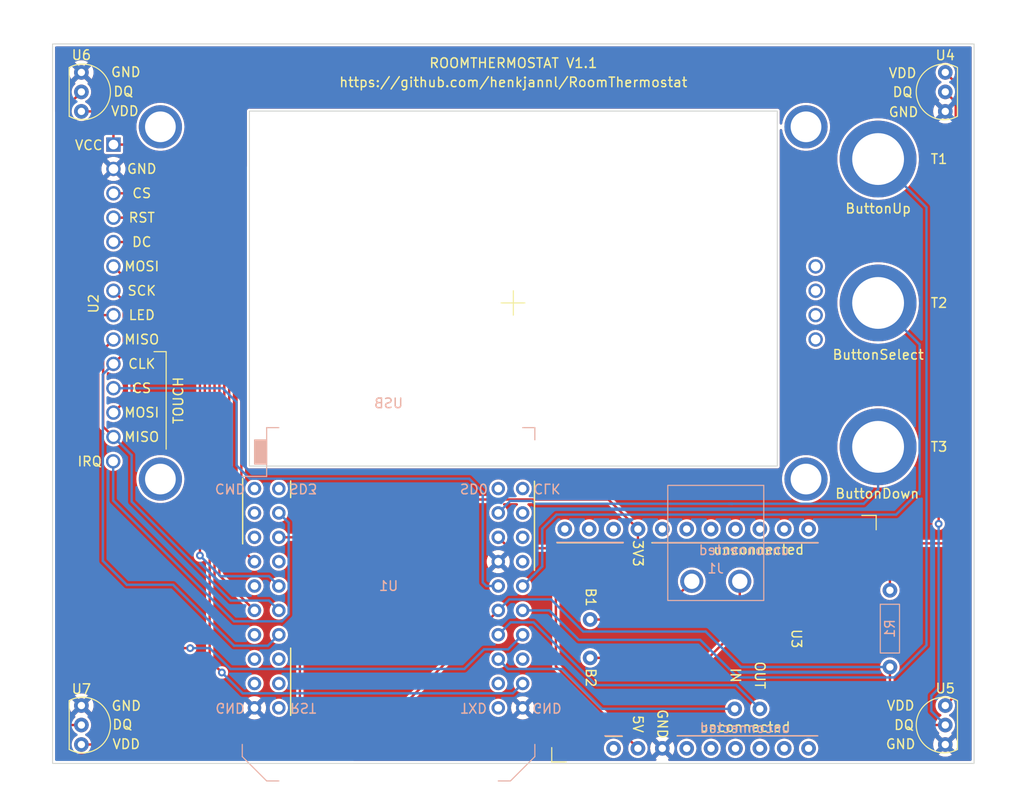
<source format=kicad_pcb>
(kicad_pcb (version 20211014) (generator pcbnew)
  (layers (0 "F.Cu" signal) (31 "B.Cu" signal) (34 "B.Paste" user) (35 "F.Paste" user) (36 "B.SilkS" user "B.Silkscreen") (37 "F.SilkS" user "F.Silkscreen") (38 "B.Mask" user) (39 "F.Mask" user) (44 "Edge.Cuts" user))
  (net 0 "")
  (net 1 "+3V3")
  (net 2 "Net-(T1-Pad1)")
  (net 3 "Net-(T2-Pad1)")
  (net 4 "Net-(T3-Pad1)")
  (net 9 "+5V")
  (net 11 "GND")
  (net 12 "Net-(U1-Pad18)")
  (net 13 "Net-(U1-Pad28)")
  (net 14 "Net-(U1-Pad25)")
  (net 15 "/OneWire")
  (net 16 "Net-(U1-Pad27)")
  (net 17 "Net-(U1-Pad24)")
  (net 22 "Net-(U1-Pad31)")
  (net 26 "Net-(U1-Pad13)")
  (net 27 "/SCK")
  (net 29 "/MISO")
  (net 30 "Net-(U1-Pad9)")
  (net 31 "/MOSI")
  (net 54 "Net-(J1-Pad1)")
  (net 55 "Net-(J1-Pad2)")
  (footprint "Thermostat:TouchPin" (layer "F.Cu") (at 188 90)
    (fp_text reference "T2" (at 6.35 0 unlocked) (layer "F.SilkS"))
    (fp_text value "ButtonSelect" (at 0.0108 5.4024 unlocked) (layer "F.SilkS"))
    (pad "1" thru_hole circle locked (at 0 0) (size 8 8) (drill 5.4) (layers *.Cu *.Mask) (net 3 "Net-(T2-Pad1)"))
  )
  (footprint "Thermostat:DS18B20" (layer "F.Cu") (at 105 134 180)
    (fp_text reference "U7" (at 0 3.7488 unlocked) (layer "F.SilkS"))
    (fp_text value "DS18B20")
    (fp_text user "VDD" (at -4.6772 -1.9916 unlocked) (layer "F.SilkS"))
    (fp_text user "GND" (at -4.6772 2 unlocked) (layer "F.SilkS"))
    (fp_text user "DQ" (at -4.2708 0.0404 unlocked) (layer "F.SilkS"))
    (fp_line (start 1.27 -2.54) (end 1.27 2.54) (layer "F.SilkS") (width 0.12))
    (fp_arc (start 1.27 2.54) (mid -3.02701 0) (end 1.27 -2.54) (layer "F.SilkS") (width 0.12))
    (pad "1" thru_hole circle (at 0 2.032 180) (size 1.524 1.524) (drill 0.762) (layers *.Cu *.Mask) (net 11 "GND"))
    (pad "2" thru_hole circle (at 0 0 180) (size 1.524 1.524) (drill 0.762) (layers *.Cu *.Mask) (net 15 "/OneWire"))
    (pad "3" thru_hole circle (at 0 -2.032 180) (size 1.524 1.524) (drill 0.762) (layers *.Cu *.Mask) (net 1 "+3V3"))
  )
  (footprint "Thermostat:Opentherm Master Shield" (layer "F.Cu") (at 154 125 -90)
    (fp_text reference "U3" (at 0 -25.49 -90 unlocked) (layer "F.SilkS"))
    (fp_text value "OpenTherm_Master_Shield")
    (fp_text user "B1" (at -4.318 -4.064 -90 unlocked) (layer "F.SilkS"))
    (fp_text user "5V" (at 8.89 -8.98 -90 unlocked) (layer "F.SilkS"))
    (fp_text user "B2" (at 4.064 -4.064 -90 unlocked) (layer "F.SilkS"))
    (fp_text user "3V3" (at -8.89 -8.98 -90 unlocked) (layer "F.SilkS"))
    (fp_text user "OUT" (at 3.81 -21.68 -90 unlocked) (layer "F.SilkS"))
    (fp_text user "GND" (at 8.89 -11.52 -90 unlocked) (layer "F.SilkS"))
    (fp_text user "IN" (at 3.81 -19.14 -90 unlocked) (layer "F.SilkS"))
    (fp_line (start -12.85 -33.8) (end -12.85 -32.3) (layer "F.SilkS") (width 0.12))
    (fp_line (start 12.85 0) (end 12.85 -1.5) (layer "F.SilkS") (width 0.12))
    (fp_line (start 12.85 0) (end 11.35 0) (layer "F.SilkS") (width 0.12))
    (fp_line (start -11.35 -33.8) (end -12.85 -33.8) (layer "F.SilkS") (width 0.12))
    (pad "1" thru_hole circle (at -11.43 -1.36 270) (size 1.524 1.524) (drill 0.762) (layers *.Cu *.Mask))
    (pad "2" thru_hole circle (at -11.43 -3.9 270) (size 1.524 1.524) (drill 0.762) (layers *.Cu *.Mask))
    (pad "3" thru_hole circle (at -11.43 -6.44 270) (size 1.524 1.524) (drill 0.762) (layers *.Cu *.Mask))
    (pad "4" thru_hole circle (at -11.43 -8.98 270) (size 1.524 1.524) (drill 0.762) (layers *.Cu *.Mask) (net 1 "+3V3"))
    (pad "5" thru_hole circle (at -11.43 -11.52 270) (size 1.524 1.524) (drill 0.762) (layers *.Cu *.Mask))
    (pad "6" thru_hole circle (at -11.43 -14.06 270) (size 1.524 1.524) (drill 0.762) (layers *.Cu *.Mask))
    (pad "7" thru_hole circle (at -11.43 -16.6 270) (size 1.524 1.524) (drill 0.762) (layers *.Cu *.Mask))
    (pad "8" thru_hole circle (at -11.43 -19.14 270) (size 1.524 1.524) (drill 0.762) (layers *.Cu *.Mask))
    (pad "9" thru_hole circle (at -11.43 -21.68 270) (size 1.524 1.524) (drill 0.762) (layers *.Cu *.Mask))
    (pad "10" thru_hole circle (at -11.43 -24.22 270) (size 1.524 1.524) (drill 0.762) (layers *.Cu *.Mask))
    (pad "11" thru_hole circle (at -11.43 -26.76 270) (size 1.524 1.524) (drill 0.762) (layers *.Cu *.Mask))
    (pad "12" thru_hole circle (at 11.43 -26.76 270) (size 1.524 1.524) (drill 0.762) (layers *.Cu *.Mask))
    (pad "13" thru_hole circle (at 11.43 -24.22 270) (size 1.524 1.524) (drill 0.762) (layers *.Cu *.Mask))
    (pad "14" thru_hole circle (at 11.43 -21.68 270) (size 1.524 1.524) (drill 0.762) (layers *.Cu *.Mask))
    (pad "15" thru_hole circle (at 11.43 -19.14 270) (size 1.524 1.524) (drill 0.762) (layers *.Cu *.Mask))
    (pad "16" thru_hole circle (at 11.43 -16.6 270) (size 1.524 1.524) (drill 0.762) (layers *.Cu *.Mask))
    (pad "17" thru_hole circle (at 11.43 -14.06 270) (size 1.524 1.524) (drill 0.762) (layers *.Cu *.Mask))
    (pad "18" thru_hole circle (at 11.43 -11.52 270) (size 1.524 1.524) (drill 0.762) (layers *.Cu *.Mask) (net 11 "GND"))
    (pad "19" thru_hole circle (at 11.43 -8.98 270) (size 1.524 1.524) (drill 0.762) (layers *.Cu *.Mask) (net 9 "+5V"))
    (pad "20" thru_hole circle (at 11.43 -6.44 270) (size 1.524 1.524) (drill 0.762) (layers *.Cu *.Mask))
    (pad "21" thru_hole circle (at 7.313 -21.68 270) (size 1.524 1.524) (drill 0.762) (layers *.Cu *.Mask) (net 16 "Net-(U1-Pad27)"))
    (pad "22" thru_hole circle (at 7.313 -19.06 270) (size 1.524 1.524) (drill 0.762) (layers *.Cu *.Mask) (net 14 "Net-(U1-Pad25)"))
    (pad "23" thru_hole circle (at -2 -4 270) (size 1.524 1.524) (drill 0.762) (layers *.Cu *.Mask) (net 54 "Net-(J1-Pad1)"))
    (pad "24" thru_hole circle (at 2 -4 270) (size 1.524 1.524) (drill 0.762) (layers *.Cu *.Mask) (net 55 "Net-(J1-Pad2)"))
  )
  (footprint "Thermostat:TouchPin" (layer "F.Cu") (at 188 105)
    (fp_text reference "T3" (at 6.35 0 unlocked) (layer "F.SilkS"))
    (fp_text value "ButtonDown" (at -0.0908 4.8804 unlocked) (layer "F.SilkS"))
    (pad "1" thru_hole circle locked (at 0 0) (size 8 8) (drill 5.4) (layers *.Cu *.Mask) (net 4 "Net-(T3-Pad1)"))
  )
  (footprint "Thermostat:TouchPin" (layer "F.Cu") (at 188 75)
    (fp_text reference "T1" (at 6.35 0 unlocked) (layer "F.SilkS"))
    (fp_text value "ButtonUp" (at 0.0108 5.1624 unlocked) (layer "F.SilkS"))
    (pad "1" thru_hole circle locked (at 0 0) (size 8 8) (drill 5.4) (layers *.Cu *.Mask) (net 2 "Net-(T1-Pad1)"))
  )
  (footprint "Thermostat:DS18B20" (layer "F.Cu") (at 105 68 180)
    (fp_text reference "U6" (at 0 3.8396 unlocked) (layer "F.SilkS"))
    (fp_text value "DS18B20")
    (fp_text user "VDD" (at -4.5248 -2.0024 unlocked) (layer "F.SilkS"))
    (fp_text user "DQ" (at -4.3724 0.0296 unlocked) (layer "F.SilkS"))
    (fp_text user "GND" (at -4.6264 2.0616 unlocked) (layer "F.SilkS"))
    (fp_line (start 1.27 -2.54) (end 1.27 2.54) (layer "F.SilkS") (width 0.12))
    (fp_arc (start 1.27 2.54) (mid -3.02701 0) (end 1.27 -2.54) (layer "F.SilkS") (width 0.12))
    (pad "1" thru_hole circle (at 0 2.032 180) (size 1.524 1.524) (drill 0.762) (layers *.Cu *.Mask) (net 11 "GND"))
    (pad "2" thru_hole circle (at 0 0 180) (size 1.524 1.524) (drill 0.762) (layers *.Cu *.Mask) (net 15 "/OneWire"))
    (pad "3" thru_hole circle (at 0 -2.032 180) (size 1.524 1.524) (drill 0.762) (layers *.Cu *.Mask) (net 1 "+3V3"))
  )
  (footprint "Thermostat:DS18B20" (layer "F.Cu") (at 195 68)
    (fp_text reference "U4" (at 0 -3.81 unlocked) (layer "F.SilkS"))
    (fp_text value "DS18B20")
    (fp_text user "GND" (at -4.3476 2.104 unlocked) (layer "F.SilkS"))
    (fp_text user "DQ" (at -4.4492 0.0212 unlocked) (layer "F.SilkS"))
    (fp_text user "VDD" (at -4.4492 -1.96 unlocked) (layer "F.SilkS"))
    (fp_line (start 1.27 -2.54) (end 1.27 2.54) (layer "F.SilkS") (width 0.12))
    (fp_arc (start 1.27 2.54) (mid -3.02701 0) (end 1.27 -2.54) (layer "F.SilkS") (width 0.12))
    (pad "1" thru_hole circle (at 0 2.032) (size 1.524 1.524) (drill 0.762) (layers *.Cu *.Mask) (net 11 "GND"))
    (pad "2" thru_hole circle (at 0 0) (size 1.524 1.524) (drill 0.762) (layers *.Cu *.Mask) (net 15 "/OneWire"))
    (pad "3" thru_hole circle (at 0 -2.032) (size 1.524 1.524) (drill 0.762) (layers *.Cu *.Mask) (net 1 "+3V3"))
  )
  (footprint "Thermostat:ILI9341" (layer "F.Cu") (at 150 90)
    (fp_text reference "U2" (at -43.7264 0.0684 90) (layer "F.SilkS"))
    (fp_text value "ILI9341_touch")
    (fp_text user "MOSI" (at -38.71 11.43 unlocked) (layer "F.SilkS"))
    (fp_text user "MISO" (at -38.71 13.97 unlocked) (layer "F.SilkS"))
    (fp_text user "LED" (at -38.71 1.27 unlocked) (layer "F.SilkS"))
    (fp_text user "CS" (at -38.71 -11.43 unlocked) (layer "F.SilkS"))
    (fp_text user "TOUCH" (at -34.9 10.16 90 unlocked) (layer "F.SilkS"))
    (fp_text user "GND" (at -38.71 -13.97 unlocked) (layer "F.SilkS"))
    (fp_text user "CS" (at -38.71 8.89 unlocked) (layer "F.SilkS"))
    (fp_text user "MOSI" (at -38.71 -3.81 unlocked) (layer "F.SilkS"))
    (fp_text user "VCC" (at -44.2344 -16.4416 unlocked) (layer "F.SilkS"))
    (fp_text user "SCK" (at -38.71 -1.27 unlocked) (layer "F.SilkS"))
    (fp_text user "MISO" (at -38.71 3.81 unlocked) (layer "F.SilkS"))
    (fp_text user "CLK" (at -38.71 6.35 unlocked) (layer "F.SilkS"))
    (fp_text user "IRQ" (at -44.1328 16.5276 unlocked) (layer "F.SilkS"))
    (fp_text user "DC" (at -38.71 -6.35 unlocked) (layer "F.SilkS"))
    (fp_text user "RST" (at -38.71 -8.89 unlocked) (layer "F.SilkS"))
    (fp_line (start 0 -1.27) (end 0 1.27) (layer "F.SilkS") (width 0.12))
    (fp_line (start -36.17 5.08) (end -37.44 5.08) (layer "F.SilkS") (width 0.12))
    (fp_line (start -36.17 5.08) (end -36.17 15.24) (layer "F.SilkS") (width 0.12))
    (fp_line (start 1.2 0) (end -1.27 0) (layer "F.SilkS") (width 0.12))
    (pad "" thru_hole circle locked (at -36.77 18.36) (size 4.5 4.5) (drill 3.2) (layers *.Cu *.Mask))
    (pad "" thru_hole circle locked (at -36.77 -18.36) (size 4.5 4.5) (drill 3.2) (layers *.Cu *.Mask))
    (pad "" thru_hole circle locked (at 30.49 -18.36) (size 4.5 4.5) (drill 3.2) (layers *.Cu *.Mask))
    (pad "" thru_hole circle locked (at 30.49 18.36) (size 4.5 4.5) (drill 3.2) (layers *.Cu *.Mask))
    (pad "1" thru_hole rect locked (at -41.66 -16.51) (size 1.5 1.5) (drill 1) (layers *.Cu *.Mask) (net 1 "+3V3"))
    (pad "2" thru_hole circle locked (at -41.66 -13.97) (size 1.5 1.5) (drill 1) (layers *.Cu *.Mask) (net 11 "GND"))
    (pad "3" thru_hole circle locked (at -41.66 -11.43) (size 1.5 1.5) (drill 1) (layers *.Cu *.Mask) (net 26 "Net-(U1-Pad13)"))
    (pad "4" thru_hole circle locked (at -41.66 -8.89) (size 1.5 1.5) (drill 1) (layers *.Cu *.Mask) (net 30 "Net-(U1-Pad9)"))
    (pad "5" thru_hole circle locked (at -41.66 -6.35) (size 1.5 1.5) (drill 1) (layers *.Cu *.Mask) (net 17 "Net-(U1-Pad24)"))
    (pad "6" thru_hole circle locked (at -41.66 -3.81) (size 1.5 1.5) (drill 1) (layers *.Cu *.Mask) (net 31 "/MOSI"))
    (pad "7" thru_hole circle locked (at -41.66 -1.27) (size 1.5 1.5) (drill 1) (layers *.Cu *.Mask) (net 27 "/SCK"))
    (pad "8" thru_hole circle locked (at -41.66 1.27) (size 1.5 1.5) (drill 1) (layers *.Cu *.Mask) (net 13 "Net-(U1-Pad28)"))
    (pad "9" thru_hole circle locked (at -41.66 3.81) (size 1.5 1.5) (drill 1) (layers *.Cu *.Mask) (net 29 "/MISO"))
    (pad "10" thru_hole circle locked (at -41.66 6.35) (size 1.5 1.5) (drill 1) (layers *.Cu *.Mask) (net 27 "/SCK"))
    (pad "11" thru_hole circle locked (at -41.66 8.89) (size 1.5 1.5) (drill 1) (layers *.Cu *.Mask) (net 22 "Net-(U1-Pad31)"))
    (pad "12" thru_hole circle locked (at -41.66 11.43) (size 1.5 1.5) (drill 1) (layers *.Cu *.Mask) (net 31 "/MOSI"))
    (pad "13" thru_hole circle locked (at -41.66 13.97) (size 1.5 1.5) (drill 1) (layers *.Cu *.Mask) (net 29 "/MISO"))
    (pad "14" thru_hole circle locked (at -41.69 16.51) (size 1.5 1.5) (drill 1) (layers *.Cu *.Mask) (net 12 "Net-(U1-Pad18)"))
    (pad "15" thru_hole circle locked (at 31.49 -3.81) (size 1.5 1.5) (drill 1) (layers *.Cu *.Mask))
    (pad "16" thru_hole circle locked (at 31.49 -1.27) (size 1.5 1.5) (drill 1) (layers *.Cu *.Mask))
    (pad "17" thru_hole circle locked (at 31.49 1.27) (size 1.5 1.5) (drill 1) (layers *.Cu *.Mask))
    (pad "18" thru_hole circle locked (at 31.49 3.81) (size 1.5 1.5) (drill 1) (layers *.Cu *.Mask))
  )
  (footprint "Thermostat:DS18B20" (layer "F.Cu") (at 195 134)
    (fp_text reference "U5" (at 0 -3.81 unlocked) (layer "F.SilkS"))
    (fp_text value "DS18B20")
    (fp_text user "VDD" (at -4.6524 -2.0216 unlocked) (layer "F.SilkS"))
    (fp_text user "DQ" (at -4.2968 0 unlocked) (layer "F.SilkS"))
    (fp_text user "GND" (at -4.6524 1.9916 unlocked) (layer "F.SilkS"))
    (fp_line (start 1.27 -2.54) (end 1.27 2.54) (layer "F.SilkS") (width 0.12))
    (fp_arc (start 1.27 2.54) (mid -3.02701 0) (end 1.27 -2.54) (layer "F.SilkS") (width 0.12))
    (pad "1" thru_hole circle (at 0 2.032) (size 1.524 1.524) (drill 0.762) (layers *.Cu *.Mask) (net 11 "GND"))
    (pad "2" thru_hole circle (at 0 0) (size 1.524 1.524) (drill 0.762) (layers *.Cu *.Mask) (net 15 "/OneWire"))
    (pad "3" thru_hole circle (at 0 -2.032) (size 1.524 1.524) (drill 0.762) (layers *.Cu *.Mask) (net 1 "+3V3"))
  )
  (footprint "Thermostat:Resistor" (layer "B.Cu") (at 189.23 123.952 -90)
    (fp_text reference "R1" (at 0 0 90 unlocked) (layer "B.SilkS") (effects (justify mirror)))
    (fp_text value "4k7")
    (fp_rect (start -2.54 1) (end 2.54 -1) (layer "B.SilkS") (width 0.12) (fill none))
    (pad "1" thru_hole circle (at -4 0 270) (size 1.524 1.524) (drill 0.762) (layers *.Cu *.Mask) (net 1 "+3V3"))
    (pad "2" thru_hole circle (at 4 0 270) (size 1.524 1.524) (drill 0.762) (layers *.Cu *.Mask) (net 15 "/OneWire"))
  )
  (footprint "ESP32_mini:ESP32_mini" (layer "B.Cu") (at 137 103)
    (fp_text reference "U1" (at 0 16.51 180) (layer "B.SilkS") (effects (justify mirror)))
    (fp_text value "mini_esp32")
    (fp_text user "TXD" (at 8.89 29.21 180 unlocked) (layer "B.SilkS") (effects (justify mirror)))
    (fp_text user "SD3" (at -8.89 6.35 180 unlocked) (layer "B.SilkS") (effects (justify mirror)))
    (fp_text user "RST" (at -8.89 29.21 180 unlocked) (layer "B.SilkS") (effects (justify mirror)))
    (fp_text user "GND" (at 16.51 29.21 180 unlocked) (layer "B.SilkS") (effects (justify mirror)))
    (fp_text user "SD0" (at 8.89 6.35 180 unlocked) (layer "B.SilkS") (effects (justify mirror)))
    (fp_text user "CMD" (at -16.51 6.35 180 unlocked) (layer "B.SilkS") (effects (justify mirror)))
    (fp_text user "GND" (at -16.51 29.21 180 unlocked) (layer "B.SilkS") (effects (justify mirror)))
    (fp_text user "CLK" (at 16.51 6.35 180 unlocked) (layer "B.SilkS") (effects (justify mirror)))
    (fp_text user "USB" (at 0 -2.54 180) (layer "B.SilkS") (effects (justify mirror)))
    (fp_line (start 11.43 36.83) (end 12.7 36.83) (layer "B.SilkS") (width 0.12))
    (fp_line (start -12.7 36.83) (end -11.43 36.83) (layer "B.SilkS") (width 0.12))
    (fp_line (start -12.7 5.08) (end -12.7 0) (layer "B.SilkS") (width 0.12))
    (fp_line (start 12.7 36.83) (end 15.24 34.29) (layer "B.SilkS") (width 0.12))
    (fp_line (start -12.7 36.83) (end -15.24 34.29) (layer "B.SilkS") (width 0.12))
    (fp_line (start -15.24 33.02) (end -15.24 34.29) (layer "B.SilkS") (width 0.12))
    (fp_line (start 15.24 0) (end 13.97 0) (layer "B.SilkS") (width 0.12))
    (fp_line (start -15.24 5.08) (end -12.7 5.08) (layer "B.SilkS") (width 0.12))
    (fp_line (start 15.24 33.02) (end 15.24 34.29) (layer "B.SilkS") (width 0.12))
    (fp_line (start -11.43 0) (end -12.7 0) (layer "B.SilkS") (width 0.12))
    (fp_line (start 15.24 1.27) (end 15.24 0) (layer "B.SilkS") (width 0.12))
    (fp_poly (pts (xy -13.97 1.27) (xy -13.97 3.81) (xy -12.7 3.81) (xy -12.7 1.27)) (layer "B.SilkS") (width 0.1) (fill solid))
    (pad "1" thru_hole circle (at -13.97 29.21 90) (size 1.4 1.4) (drill 0.8) (layers *.Cu *.Mask) (net 11 "GND"))
    (pad "2" thru_hole circle (at -11.43 29.21 90) (size 1.4 1.4) (drill 0.8) (layers *.Cu *.Mask))
    (pad "3" thru_hole circle (at -13.97 26.67 90) (size 1.4 1.4) (drill 0.8) (layers *.Cu *.Mask))
    (pad "4" thru_hole circle (at -11.43 26.67 90) (size 1.4 1.4) (drill 0.8) (layers *.Cu *.Mask))
    (pad "5" thru_hole circle (at -13.97 24.13 90) (size 1.4 1.4) (drill 0.8) (layers *.Cu *.Mask))
    (pad "6" thru_hole circle (at -11.43 24.13 90) (size 1.4 1.4) (drill 0.8) (layers *.Cu *.Mask))
    (pad "7" thru_hole circle (at -13.97 21.59 90) (size 1.4 1.4) (drill 0.8) (layers *.Cu *.Mask))
    (pad "8" thru_hole circle (at -11.43 21.59 90) (size 1.4 1.4) (drill 0.8) (layers *.Cu *.Mask) (net 27 "/SCK"))
    (pad "9" thru_hole circle (at -13.97 19.05 90) (size 1.4 1.4) (drill 0.8) (layers *.Cu *.Mask) (net 30 "Net-(U1-Pad9)"))
    (pad "10" thru_hole circle (at -11.43 19.05 90) (size 1.4 1.4) (drill 0.8) (layers *.Cu *.Mask) (net 29 "/MISO"))
    (pad "11" thru_hole circle (at -13.97 16.51 90) (size 1.4 1.4) (drill 0.8) (layers *.Cu *.Mask))
    (pad "12" thru_hole circle (at -11.43 16.51 90) (size 1.4 1.4) (drill 0.8) (layers *.Cu *.Mask) (net 31 "/MOSI"))
    (pad "13" thru_hole circle (at -13.97 13.97 90) (size 1.4 1.4) (drill 0.8) (layers *.Cu *.Mask) (net 26 "Net-(U1-Pad13)"))
    (pad "14" thru_hole circle (at -11.43 13.97 90) (size 1.4 1.4) (drill 0.8) (layers *.Cu *.Mask))
    (pad "15" thru_hole circle (at -13.97 11.43 90) (size 1.4 1.4) (drill 0.8) (layers *.Cu *.Mask))
    (pad "16" thru_hole circle (at -11.43 11.43 90) (size 1.4 1.4) (drill 0.8) (layers *.Cu *.Mask) (net 1 "+3V3"))
    (pad "17" thru_hole circle (at -13.97 8.89 90) (size 1.4 1.4) (drill 0.8) (layers *.Cu *.Mask))
    (pad "18" thru_hole circle (at -11.43 8.89 90) (size 1.4 1.4) (drill 0.8) (layers *.Cu *.Mask) (net 12 "Net-(U1-Pad18)"))
    (pad "19" thru_hole circle (at -13.97 6.35 90) (size 1.4 1.4) (drill 0.8) (layers *.Cu *.Mask))
    (pad "20" thru_hole circle (at -11.43 6.35 90) (size 1.4 1.4) (drill 0.8) (layers *.Cu *.Mask))
    (pad "21" thru_hole circle (at 11.43 29.21 90) (size 1.4 1.4) (drill 0.8) (layers *.Cu *.Mask))
    (pad "22" thru_hole circle (at 13.97 29.21 90) (size 1.4 1.4) (drill 0.8) (layers *.Cu *.Mask) (net 11 "GND"))
    (pad "23" thru_hole circle (at 11.43 26.67 90) (size 1.4 1.4) (drill 0.8) (layers *.Cu *.Mask))
    (pad "24" thru_hole circle (at 13.97 26.67 90) (size 1.4 1.4) (drill 0.8) (layers *.Cu *.Mask) (net 17 "Net-(U1-Pad24)"))
    (pad "25" thru_hole circle (at 11.43 24.13 90) (size 1.4 1.4) (drill 0.8) (layers *.Cu *.Mask) (net 14 "Net-(U1-Pad25)"))
    (pad "26" thru_hole circle (at 13.97 24.13 90) (size 1.4 1.4) (drill 0.8) (layers *.Cu *.Mask))
    (pad "27" thru_hole circle (at 11.43 21.59 90) (size 1.4 1.4) (drill 0.8) (layers *.Cu *.Mask) (net 16 "Net-(U1-Pad27)"))
    (pad "28" thru_hole circle (at 13.97 21.59 90) (size 1.4 1.4) (drill 0.8) (layers *.Cu *.Mask) (net 13 "Net-(U1-Pad28)"))
    (pad "29" thru_hole circle (at 11.43 19.05 90) (size 1.4 1.4) (drill 0.8) (layers *.Cu *.Mask) (net 15 "/OneWire"))
    (pad "30" thru_hole circle (at 13.97 19.05 90) (size 1.4 1.4) (drill 0.8) (layers *.Cu *.Mask) (net 2 "Net-(T1-Pad1)"))
    (pad "31" thru_hole circle (at 11.43 16.51 90) (size 1.4 1.4) (drill 0.8) (layers *.Cu *.Mask) (net 22 "Net-(U1-Pad31)"))
    (pad "32" thru_hole circle (at 13.97 16.51 90) (size 1.4 1.4) (drill 0.8) (layers *.Cu *.Mask) (net 3 "Net-(T2-Pad1)"))
    (pad "33" thru_hole circle (at 11.43 13.97 90) (size 1.4 1.4) (drill 0.8) (layers *.Cu *.Mask) (net 11 "GND"))
    (pad "34" thru_hole circle (at 13.97 13.97 90) (size 1.4 1.4) (drill 0.8) (layers *.Cu *.Mask))
    (pad "35" thru_hole circle (at 11.43 11.43 90) (size 1.4 1.4) (drill 0.8) (layers *.Cu *.Mask) (net 9 "+5V"))
    (pad "36" thru_hole circle (at 13.97 11.43 90) (size 1.4 1.4) (drill 0.8) (layers *.Cu *.Mask))
    (pad "37" thru_hole circle (at 11.43 8.89 90) (size 1.4 1.4) (drill 0.8) (layers *.Cu *.Mask) (net 4 "Net-(T3-Pad1)"))
    (pad "38" thru_hole circle (at 13.97 8.89 90) (size 1.4 1.4) (drill 0.8) (layers *.Cu *.Mask))
    (pad "39" thru_hole circle (at 11.43 6.35 90) (size 1.4 1.4) (drill 0.8) (layers *.Cu *.Mask))
    (pad "40" thru_hole circle (at 13.97 6.35 90) (size 1.4 1.4) (drill 0.8) (layers *.Cu *.Mask))
  )
  (footprint "Thermostat:Phoenix_MSTB-2,5-2-G" (layer "B.Cu") (at 166.0878 121.0178 180)
    (fp_text reference "J1" (at -4.9824 3.3284 unlocked) (layer "B.SilkS") (effects (justify mirror)))
    (fp_text value "MSTB-2,5-2-G")
    (fp_rect (start -10 12) (end 0 0) (layer "B.SilkS") (width 0.12) (fill none))
    (pad "1" thru_hole circle (at -2.5 2 180) (size 2.4 2.4) (drill 1.6) (layers *.Cu *.Mask) (net 54 "Net-(J1-Pad1)"))
    (pad "2" thru_hole circle (at -7.5 2 180) (size 2.4 2.4) (drill 1.6) (layers *.Cu *.Mask) (net 55 "Net-(J1-Pad2)"))
  )
  (gr_line (start 164.5412 115) (end 181.7624 115) (layer "B.SilkS") (width 0.15))
  (gr_line (start 161.4424 115) (end 158.0388 115) (layer "B.SilkS") (width 0.15))
  (gr_line (start 159.5374 135.128) (end 161.3154 135.128) (layer "B.SilkS") (width 0.15))
  (gr_line (start 154.5336 114.9604) (end 161.4424 114.9604) (layer "B.SilkS") (width 0.15))
  (gr_line (start 181.7116 135.128) (end 167.132 135.128) (layer "B.SilkS") (width 0.15))
  (gr_line (start 152.2 108.585) (end 152.2 117.8814) (layer "F.SilkS") (width 0.15))
  (gr_line (start 126.8 108.5596) (end 126.8 110.2868) (layer "F.SilkS") (width 0.15))
  (gr_line (start 126.8 125.984) (end 126.8 132.9944) (layer "F.SilkS") (width 0.15))
  (gr_line (start 161.417 115) (end 154.559 115) (layer "F.SilkS") (width 0.15))
  (gr_line (start 167.0812 135.128) (end 181.61 135.128) (layer "F.SilkS") (width 0.15))
  (gr_line (start 161.3408 135.1788) (end 159.6136 135.1788) (layer "F.SilkS") (width 0.15))
  (gr_line (start 121.8 108.3056) (end 121.8 115.1128) (layer "F.SilkS") (width 0.15))
  (gr_line (start 164.4396 115) (end 181.7116 115) (layer "F.SilkS") (width 0.15))
  (gr_rect (start 177.5 70) (end 122.5 107) (layer "Edge.Cuts") (width 0.1) (fill none))
  (gr_rect (start 102 63) (end 198 138) (layer "Edge.Cuts") (width 0.1) (fill none))
  (gr_text "unconnected" (at 174.0408 115.7732) (layer "B.SilkS") (effects (font (size 1 1)) (justify mirror)))
  (gr_text "unconnected" (at 174.1424 134.3152) (layer "B.SilkS") (effects (font (size 1 1)) (justify mirror)))
  (gr_text "unconnected" (at 174.1424 134.2136) (layer "F.SilkS") (effects (font (size 1 1))))
  (gr_text "ROOMTHERMOSTAT V1.1" (at 150 65) (layer "F.SilkS") (effects (font (size 1 1))))
  (gr_text "unconnected" (at 175.5648 115.7224) (layer "F.SilkS") (effects (font (size 1 1))))
  (gr_text "https://github.com/henkjannl/RoomThermostat" (at 150 67) (layer "F.SilkS") (effects (font (size 1 1))))
  (segment (start 109.812 73.49) (end 111.252 74.93) (width 0.25) (layer "F.Cu") (net 1))
  (segment (start 125.57 114.43) (end 127.632 114.43) (width 0.25) (layer "F.Cu") (net 1))
  (segment (start 127.762 110.49) (end 127.762 114.3) (width 0.25) (layer "F.Cu") (net 1))
  (segment (start 127.762 134.366) (end 126.096 136.032) (width 0.25) (layer "F.Cu") (net 1))
  (segment (start 111.252 74.93) (end 120.65 74.93) (width 0.25) (layer "F.Cu") (net 1))
  (segment (start 108.34 73.49) (end 109.812 73.49) (width 0.25) (layer "F.Cu") (net 1))
  (segment (start 195.707 115.062) (end 195.761999 115.116999) (width 0.25) (layer "F.Cu") (net 1))
  (segment (start 195.761999 115.116999) (end 195.761999 83.003001) (width 0.25) (layer "F.Cu") (net 1))
  (segment (start 163.322 115.062) (end 189.23 115.062) (width 0.25) (layer "F.Cu") (net 1))
  (segment (start 121.666 75.946) (end 121.666 109.474) (width 0.25) (layer "F.Cu") (net 1))
  (segment (start 189.23 119.952) (end 189.23 115.062) (width 0.25) (layer "F.Cu") (net 1))
  (segment (start 127.632 114.43) (end 127.762 114.3) (width 0.25) (layer "F.Cu") (net 1))
  (segment (start 127.762 114.3) (end 127.762 134.366) (width 0.25) (layer "F.Cu") (net 1))
  (segment (start 107.116 70.032) (end 105 70.032) (width 0.25) (layer "F.Cu") (net 1))
  (segment (start 195.761999 83.003001) (end 197.104 81.661) (width 0.25) (layer "F.Cu") (net 1))
  (segment (start 162.98 114.72) (end 163.322 115.062) (width 0.25) (layer "F.Cu") (net 1))
  (segment (start 189.23 115.062) (end 195.707 115.062) (width 0.25) (layer "F.Cu") (net 1))
  (segment (start 195.761999 131.206001) (end 195.761999 115.116999) (width 0.25) (layer "F.Cu") (net 1))
  (segment (start 121.666 109.474) (end 122.682 110.49) (width 0.25) (layer "F.Cu") (net 1))
  (segment (start 108.34 71.256) (end 107.116 70.032) (width 0.25) (layer "F.Cu") (net 1))
  (segment (start 122.682 110.49) (end 127.762 110.49) (width 0.25) (layer "F.Cu") (net 1))
  (segment (start 108.34 73.49) (end 108.34 71.256) (width 0.25) (layer "F.Cu") (net 1))
  (segment (start 159.9 110.49) (end 162.98 113.57) (width 0.25) (layer "F.Cu") (net 1))
  (segment (start 162.98 113.57) (end 162.98 114.72) (width 0.25) (layer "F.Cu") (net 1))
  (segment (start 197.104 68.072) (end 195 65.968) (width 0.25) (layer "F.Cu") (net 1))
  (segment (start 120.65 74.93) (end 121.666 75.946) (width 0.25) (layer "F.Cu") (net 1))
  (segment (start 195 131.968) (end 195.761999 131.206001) (width 0.25) (layer "F.Cu") (net 1))
  (segment (start 126.096 136.032) (end 105 136.032) (width 0.25) (layer "F.Cu") (net 1))
  (segment (start 197.104 81.661) (end 197.104 68.072) (width 0.25) (layer "F.Cu") (net 1))
  (segment (start 127.762 110.49) (end 159.9 110.49) (width 0.25) (layer "F.Cu") (net 1))
  (segment (start 188 75) (end 193.04 80.04) (width 0.25) (layer "B.Cu") (net 2))
  (segment (start 189.680049 129.038511) (end 173.386911 129.038511) (width 0.25) (layer "B.Cu") (net 2))
  (segment (start 156.8196 125.1204) (end 153.7492 122.05) (width 0.25) (layer "B.Cu") (net 2))
  (segment (start 153.7492 122.05) (end 150.97 122.05) (width 0.25) (layer "B.Cu") (net 2))
  (segment (start 173.386911 129.038511) (end 169.4688 125.1204) (width 0.25) (layer "B.Cu") (net 2))
  (segment (start 193.04 80.04) (end 193.04 125.67856) (width 0.25) (layer "B.Cu") (net 2))
  (segment (start 169.4688 125.1204) (end 156.8196 125.1204) (width 0.25) (layer "B.Cu") (net 2))
  (segment (start 193.04 125.67856) (end 189.680049 129.038511) (width 0.25) (layer "B.Cu") (net 2))
  (segment (start 192.324511 109.622111) (end 189.881822 112.0648) (width 0.25) (layer "B.Cu") (net 3))
  (segment (start 192.324511 94.324511) (end 188 90) (width 0.25) (layer "B.Cu") (net 3))
  (segment (start 154.4828 112.0648) (end 153.0096 113.538) (width 0.25) (layer "B.Cu") (net 3))
  (segment (start 192.324511 109.622111) (end 192.324511 94.324511) (width 0.25) (layer "B.Cu") (net 3))
  (segment (start 192.324511 109.935489) (end 192.324511 109.622111) (width 0.25) (layer "B.Cu") (net 3))
  (segment (start 189.881822 112.0648) (end 154.4828 112.0648) (width 0.25) (layer "B.Cu") (net 3))
  (segment (start 153.0096 113.538) (end 153.0096 117.4704) (width 0.25) (layer "B.Cu") (net 3))
  (segment (start 153.0096 117.4704) (end 150.97 119.51) (width 0.25) (layer "B.Cu") (net 3))
  (segment (start 151.9428 110.6424) (end 149.6776 110.6424) (width 0.25) (layer "B.Cu") (net 4))
  (segment (start 188 109.434) (end 186.499489 110.934511) (width 0.25) (layer "B.Cu") (net 4))
  (segment (start 152.234911 110.934511) (end 151.9428 110.6424) (width 0.25) (layer "B.Cu") (net 4))
  (segment (start 186.499489 110.934511) (end 172.808911 110.934511) (width 0.25) (layer "B.Cu") (net 4))
  (segment (start 172.808911 110.934511) (end 152.234911 110.934511) (width 0.25) (layer "B.Cu") (net 4))
  (segment (start 149.6776 110.6424) (end 148.43 111.89) (width 0.25) (layer "B.Cu") (net 4))
  (segment (start 172.808911 110.934511) (end 172.402511 110.934511) (width 0.25) (layer "B.Cu") (net 4))
  (segment (start 188 105) (end 188 109.434) (width 0.25) (layer "B.Cu") (net 4))
  (segment (start 149.57 115.57) (end 153.67 115.57) (width 0.25) (layer "F.Cu") (net 9))
  (segment (start 154.432 127.882) (end 162.98 136.43) (width 0.25) (layer "F.Cu") (net 9))
  (segment (start 154.432 116.332) (end 154.432 127.882) (width 0.25) (layer "F.Cu") (net 9))
  (segment (start 153.67 115.57) (end 154.432 116.332) (width 0.25) (layer "F.Cu") (net 9))
  (segment (start 148.43 114.43) (end 149.57 115.57) (width 0.25) (layer "F.Cu") (net 9))
  (segment (start 125.878878 123.19) (end 120.904 123.19) (width 0.25) (layer "B.Cu") (net 12))
  (segment (start 120.904 123.19) (end 108.31 110.596) (width 0.25) (layer "B.Cu") (net 12))
  (segment (start 125.57 111.89) (end 126.594511 112.914511) (width 0.25) (layer "B.Cu") (net 12))
  (segment (start 126.594511 122.474367) (end 125.878878 123.19) (width 0.25) (layer "B.Cu") (net 12))
  (segment (start 108.31 110.596) (end 108.31 106.51) (width 0.25) (layer "B.Cu") (net 12))
  (segment (start 126.594511 112.914511) (end 126.594511 122.474367) (width 0.25) (layer "B.Cu") (net 12))
  (segment (start 116.332 125.984) (end 107.188 125.984) (width 0.25) (layer "F.Cu") (net 13))
  (segment (start 105.664 124.46) (end 105.664 92.202) (width 0.25) (layer "F.Cu") (net 13))
  (segment (start 106.596 91.27) (end 108.34 91.27) (width 0.25) (layer "F.Cu") (net 13))
  (segment (start 107.188 125.984) (end 105.664 124.46) (width 0.25) (layer "F.Cu") (net 13))
  (segment (start 105.664 92.202) (end 106.596 91.27) (width 0.25) (layer "F.Cu") (net 13))
  (via (at 116.332 125.984) (size 0.8) (drill 0.4) (layers "F.Cu" "B.Cu") (net 13))
  (segment (start 118.364 125.984) (end 116.332 125.984) (width 0.25) (layer "B.Cu") (net 13))
  (segment (start 149.454511 126.105489) (end 146.944511 126.105489) (width 0.25) (layer "B.Cu") (net 13))
  (segment (start 120.534511 128.154511) (end 118.364 125.984) (width 0.25) (layer "B.Cu") (net 13))
  (segment (start 146.944511 126.105489) (end 144.895489 128.154511) (width 0.25) (layer "B.Cu") (net 13))
  (segment (start 150.97 124.59) (end 149.454511 126.105489) (width 0.25) (layer "B.Cu") (net 13))
  (segment (start 144.895489 128.154511) (end 120.534511 128.154511) (width 0.25) (layer "B.Cu") (net 13))
  (segment (start 155.078511 128.154511) (end 159.237 132.313) (width 0.25) (layer "B.Cu") (net 14))
  (segment (start 149.454511 128.154511) (end 155.078511 128.154511) (width 0.25) (layer "B.Cu") (net 14))
  (segment (start 159.237 132.313) (end 173.06 132.313) (width 0.25) (layer "B.Cu") (net 14))
  (segment (start 148.43 127.13) (end 149.454511 128.154511) (width 0.25) (layer "B.Cu") (net 14))
  (segment (start 133.361489 137.118511) (end 103.336511 137.118511) (width 0.25) (layer "F.Cu") (net 15))
  (segment (start 103.336511 137.118511) (end 102.87 136.652) (width 0.25) (layer "F.Cu") (net 15))
  (segment (start 148.43 122.05) (end 133.361489 137.118511) (width 0.25) (layer "F.Cu") (net 15))
  (segment (start 196.086511 69.086511) (end 196.086511 79.503489) (width 0.25) (layer "F.Cu") (net 15))
  (segment (start 196.086511 79.503489) (end 194.31 81.28) (width 0.25) (layer "F.Cu") (net 15))
  (segment (start 102.87 134.112) (end 102.87 70.13) (width 0.25) (layer "F.Cu") (net 15))
  (segment (start 105 134) (end 102.982 134) (width 0.25) (layer "F.Cu") (net 15))
  (segment (start 191.404 134) (end 189.23 131.826) (width 0.25) (layer "F.Cu") (net 15))
  (segment (start 102.982 134) (end 102.87 134.112) (width 0.25) (layer "F.Cu") (net 15))
  (segment (start 195 68) (end 196.086511 69.086511) (width 0.25) (layer "F.Cu") (net 15))
  (segment (start 195 134) (end 191.404 134) (width 0.25) (layer "F.Cu") (net 15))
  (segment (start 194.31 81.28) (end 194.31 113.03) (width 0.25) (layer "F.Cu") (net 15))
  (segment (start 102.87 136.652) (end 102.87 134.112) (width 0.25) (layer "F.Cu") (net 15))
  (segment (start 189.23 131.826) (end 189.23 127.952) (width 0.25) (layer "F.Cu") (net 15))
  (segment (start 102.87 70.13) (end 105 68) (width 0.25) (layer "F.Cu") (net 15))
  (via (at 194.31 113.03) (size 0.8) (drill 0.4) (layers "F.Cu" "B.Cu") (net 15))
  (segment (start 173.7228 127.952) (end 170.0276 124.2568) (width 0.25) (layer "B.Cu") (net 15))
  (segment (start 170.0276 124.2568) (end 157.2768 124.2568) (width 0.25) (layer "B.Cu") (net 15))
  (segment (start 153.924 120.904) (end 149.576 120.904) (width 0.25) (layer "B.Cu") (net 15))
  (segment (start 149.576 120.904) (end 148.43 122.05) (width 0.25) (layer "B.Cu") (net 15))
  (segment (start 193.548 132.548) (end 195 134) (width 0.25) (layer "B.Cu") (net 15))
  (segment (start 194.31 130.175) (end 194.31 113.03) (width 0.25) (layer "B.Cu") (net 15))
  (segment (start 193.548 130.937) (end 194.31 130.175) (width 0.25) (layer "B.Cu") (net 15))
  (segment (start 189.23 127.952) (end 173.7228 127.952) (width 0.25) (layer "B.Cu") (net 15))
  (segment (start 193.548 130.937) (end 193.548 132.548) (width 0.25) (layer "B.Cu") (net 15))
  (segment (start 157.2768 124.2568) (end 153.924 120.904) (width 0.25) (layer "B.Cu") (net 15))
  (segment (start 175.68 132.313) (end 173.2118 129.8448) (width 0.25) (layer "B.Cu") (net 16))
  (segment (start 152.0952 123.2916) (end 149.7284 123.2916) (width 0.25) (layer "B.Cu") (net 16))
  (segment (start 173.2118 129.8448) (end 158.6484 129.8448) (width 0.25) (layer "B.Cu") (net 16))
  (segment (start 158.6484 129.8448) (end 152.0952 123.2916) (width 0.25) (layer "B.Cu") (net 16))
  (segment (start 149.7284 123.2916) (end 148.43 124.59) (width 0.25) (layer "B.Cu") (net 16))
  (segment (start 118.364 127.254) (end 119.634 128.524) (width 0.25) (layer "F.Cu") (net 17))
  (segment (start 116.924 83.65) (end 118.364 85.09) (width 0.25) (layer "F.Cu") (net 17))
  (segment (start 118.364 85.09) (end 118.364 127.254) (width 0.25) (layer "F.Cu") (net 17))
  (segment (start 108.34 83.65) (end 116.924 83.65) (width 0.25) (layer "F.Cu") (net 17))
  (via (at 119.634 128.524) (size 0.8) (drill 0.4) (layers "F.Cu" "B.Cu") (net 17))
  (segment (start 149.945489 130.694511) (end 121.804511 130.694511) (width 0.25) (layer "B.Cu") (net 17))
  (segment (start 121.804511 130.694511) (end 119.634 128.524) (width 0.25) (layer "B.Cu") (net 17))
  (segment (start 150.97 129.67) (end 149.945489 130.694511) (width 0.25) (layer "B.Cu") (net 17))
  (segment (start 146.812 109.728) (end 145.409489 108.325489) (width 0.25) (layer "B.Cu") (net 22))
  (segment (start 122.549489 108.325489) (end 121.158 106.934) (width 0.25) (layer "B.Cu") (net 22))
  (segment (start 121.158 106.934) (end 121.158 100.33) (width 0.25) (layer "B.Cu") (net 22))
  (segment (start 145.409489 108.325489) (end 122.549489 108.325489) (width 0.25) (layer "B.Cu") (net 22))
  (segment (start 148.43 119.51) (end 147.196 119.51) (width 0.25) (layer "B.Cu") (net 22))
  (segment (start 146.812 119.126) (end 146.812 109.728) (width 0.25) (layer "B.Cu") (net 22))
  (segment (start 147.196 119.51) (end 146.812 119.126) (width 0.25) (layer "B.Cu") (net 22))
  (segment (start 121.158 100.33) (end 119.718 98.89) (width 0.25) (layer "B.Cu") (net 22))
  (segment (start 119.718 98.89) (end 108.34 98.89) (width 0.25) (layer "B.Cu") (net 22))
  (segment (start 119.718 78.57) (end 120.396 79.248) (width 0.25) (layer "F.Cu") (net 26))
  (segment (start 120.396 79.248) (end 120.396 114.336) (width 0.25) (layer "F.Cu") (net 26))
  (segment (start 108.34 78.57) (end 119.718 78.57) (width 0.25) (layer "F.Cu") (net 26))
  (segment (start 120.396 114.336) (end 123.03 116.97) (width 0.25) (layer "F.Cu") (net 26))
  (segment (start 109.414511 95.275489) (end 108.34 96.35) (width 0.25) (layer "F.Cu") (net 27))
  (segment (start 108.34 88.73) (end 109.414511 89.804511) (width 0.25) (layer "F.Cu") (net 27))
  (segment (start 109.414511 89.804511) (end 109.414511 95.275489) (width 0.25) (layer "F.Cu") (net 27))
  (segment (start 107.235489 97.454511) (end 108.34 96.35) (width 0.25) (layer "B.Cu") (net 27))
  (segment (start 107.235489 116.887489) (end 107.235489 97.454511) (width 0.25) (layer "B.Cu") (net 27))
  (segment (start 109.728 119.38) (end 107.235489 116.887489) (width 0.25) (layer "B.Cu") (net 27))
  (segment (start 120.904 125.73) (end 114.554 119.38) (width 0.25) (layer "B.Cu") (net 27))
  (segment (start 124.43 125.73) (end 120.904 125.73) (width 0.25) (layer "B.Cu") (net 27))
  (segment (start 125.57 124.59) (end 124.43 125.73) (width 0.25) (layer "B.Cu") (net 27))
  (segment (start 114.554 119.38) (end 109.728 119.38) (width 0.25) (layer "B.Cu") (net 27))
  (segment (start 107.265489 102.895489) (end 108.34 103.97) (width 0.25) (layer "F.Cu") (net 29))
  (segment (start 108.34 93.81) (end 107.265489 94.884511) (width 0.25) (layer "F.Cu") (net 29))
  (segment (start 107.265489 94.884511) (end 107.265489 102.895489) (width 0.25) (layer "F.Cu") (net 29))
  (segment (start 120.556611 121.025489) (end 124.545489 121.025489) (width 0.25) (layer "B.Cu") (net 29))
  (segment (start 110.236 110.704878) (end 120.556611 121.025489) (width 0.25) (layer "B.Cu") (net 29))
  (segment (start 108.34 103.97) (end 110.236 105.866) (width 0.25) (layer "B.Cu") (net 29))
  (segment (start 110.236 105.866) (end 110.236 110.704878) (width 0.25) (layer "B.Cu") (net 29))
  (segment (start 124.545489 121.025489) (end 125.57 122.05) (width 0.25) (layer "B.Cu") (net 29))
  (segment (start 118.448 81.11) (end 119.38 82.042) (width 0.25) (layer "F.Cu") (net 30))
  (segment (start 108.34 81.11) (end 118.448 81.11) (width 0.25) (layer "F.Cu") (net 30))
  (segment (start 119.38 82.042) (end 119.38 118.4) (width 0.25) (layer "F.Cu") (net 30))
  (segment (start 119.38 118.4) (end 123.03 122.05) (width 0.25) (layer "F.Cu") (net 30))
  (segment (start 110.236 91.948) (end 110.236 99.534) (width 0.25) (layer "F.Cu") (net 31))
  (segment (start 116.586 91.948) (end 117.348 92.71) (width 0.25) (layer "F.Cu") (net 31))
  (segment (start 117.348 92.71) (end 117.348 116.332) (width 0.25) (layer "F.Cu") (net 31))
  (segment (start 108.34 86.19) (end 110.236 88.086) (width 0.25) (layer "F.Cu") (net 31))
  (segment (start 110.236 88.086) (end 110.236 91.948) (width 0.25) (layer "F.Cu") (net 31))
  (segment (start 110.236 91.948) (end 116.586 91.948) (width 0.25) (layer "F.Cu") (net 31))
  (segment (start 110.236 99.534) (end 108.34 101.43) (width 0.25) (layer "F.Cu") (net 31))
  (via (at 117.348 116.332) (size 0.8) (drill 0.4) (layers "F.Cu" "B.Cu") (net 31))
  (segment (start 117.348 116.332) (end 119.501489 118.485489) (width 0.25) (layer "B.Cu") (net 31))
  (segment (start 124.545489 118.485489) (end 125.57 119.51) (width 0.25) (layer "B.Cu") (net 31))
  (segment (start 119.501489 118.485489) (end 124.545489 118.485489) (width 0.25) (layer "B.Cu") (net 31))
  (segment (start 168.5878 119.0178) (end 164.6056 123) (width 0.25) (layer "F.Cu") (net 54))
  (segment (start 164.6056 123) (end 158 123) (width 0.25) (layer "F.Cu") (net 54))
  (segment (start 173.5878 123.7446) (end 170.3324 127) (width 0.25) (layer "F.Cu") (net 55))
  (segment (start 173.5878 119.0178) (end 173.5878 123.7446) (width 0.25) (layer "F.Cu") (net 55))
  (segment (start 170.3324 127) (end 158 127) (width 0.25) (layer "F.Cu") (net 55))
  (zone (net 11) (net_name "GND") (layer "F.Cu") (connect_pads (clearance 0.254)) (min_thickness 0.254) (fill yes (thermal_gap 0.508) (thermal_bridge_width 0.508) (island_removal_mode 2) (island_area_min 2))
    (polygon (pts (xy 200.66 142.24) (xy 96.52 142.24) (xy 96.52 60.96) (xy 200.66 60.96)))
  )
  (zone (net 11) (net_name "GND") (layer "B.Cu") (connect_pads (clearance 0.254)) (min_thickness 0.254) (fill yes (thermal_gap 0.508) (thermal_bridge_width 0.508) (island_removal_mode 2) (island_area_min 2))
    (polygon (pts (xy 203.2 139.7) (xy 99.06 139.7) (xy 99.06 58.42) (xy 203.2 58.42)))
  )
)
</source>
